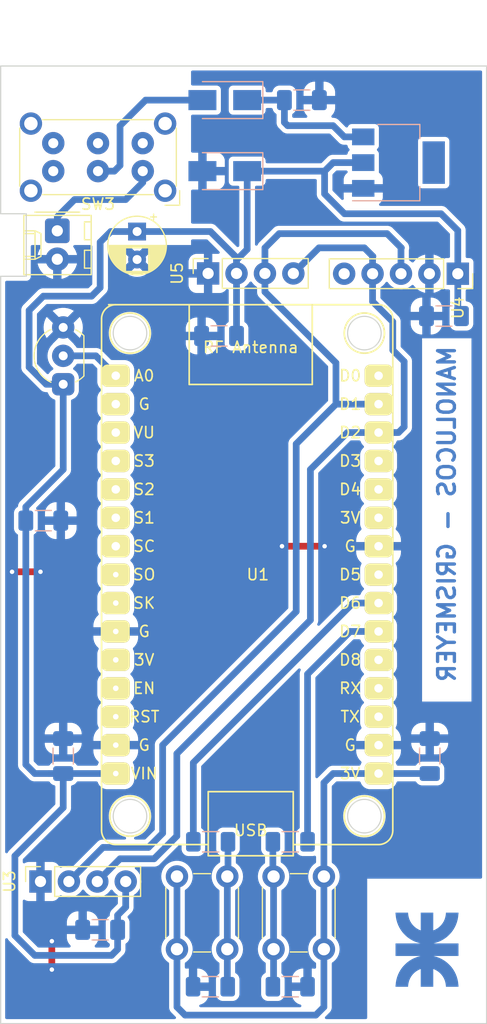
<source format=kicad_pcb>
(kicad_pcb (version 20211014) (generator pcbnew)
  (title_block (title "Sensor Integral para el cuidado de plantas") (date "2022-05-31") (company "Universidad Tecnológica Nacional - Facultad Regional Córdoba") (comment 1 "Manolucos, Enzo Nicolas - Legajo N° 74.868") (comment 2 "Grismeyer, Juan Pablo - Legajo N° 68.703") (comment 3 "Integrantes:") (comment 4 "Cátedra de Proyecto Final "))
  (layers (0 "F.Cu" signal) (31 "B.Cu" signal) (34 "B.Paste" user) (35 "F.Paste" user) (36 "B.SilkS" user "B.Silkscreen") (37 "F.SilkS" user "F.Silkscreen") (38 "B.Mask" user) (39 "F.Mask" user) (44 "Edge.Cuts" user))
  (net 0 "")
  (net 1 "Net-(BT1-Pad1)")
  (net 2 "GND")
  (net 3 "+5V")
  (net 4 "Net-(C5-Pad1)")
  (net 5 "+3V3")
  (net 6 "Net-(D1-Pad2)")
  (net 7 "/IN1")
  (net 8 "Net-(R1-Pad2)")
  (net 9 "/IN2")
  (net 10 "Net-(R2-Pad2)")
  (net 11 "/ADC")
  (net 30 "/SDA")
  (net 31 "/SCL")
  (footprint "Capacitor_THT:CP_Radial_D5.0mm_P2.50mm" (layer "F.Cu") (at 100.584 67.628888 -90)
    (fp_text reference "C6" hide)
    (fp_text value "10u" hide)
    (pad "1" thru_hole rect (at 0 0 270) (size 1.6 1.6) (drill 0.8) (layers *.Cu *.Mask) (net 3 "+5V"))
    (pad "2" thru_hole circle (at 2.5 0 270) (size 1.6 1.6) (drill 0.8) (layers *.Cu *.Mask) (net 2 "GND"))
  )
  (footprint "Package_TO_SOT_THT:TO-92_Inline_Wide" (layer "F.Cu") (at 93.98 81.28 90)
    (fp_text reference "U2" hide)
    (fp_text value "LM35-LP" hide)
    (pad "1" thru_hole roundrect (at 0 0 90) (size 2 2) (drill 0.8) (layers *.Cu *.Mask) (net 3 "+5V"))
    (pad "2" thru_hole circle (at 2.54 0 90) (size 2 2) (drill 0.8) (layers *.Cu *.Mask) (net 11 "/ADC"))
    (pad "3" thru_hole circle (at 5.08 0 90) (size 2 2) (drill 0.8) (layers *.Cu *.Mask) (net 2 "GND"))
  )
  (footprint "UTN:utn_logo2" (layer "F.Cu") (at 126.492 131.826)
    (fp_text reference "G***" hide)
    (fp_text value "LOGO" hide)
    (fp_poly (pts (xy -1.677225 -3.22631) (xy -1.653593 -3.036187) (xy -1.611953 -2.854311) (xy -1.552602 -2.681238) (xy -1.475837 -2.517524) (xy -1.381955 -2.363727) (xy -1.271253 -2.220402) (xy -1.144028 -2.088106) (xy -1.008795 -1.973657) (xy -0.953323 -1.933829) (xy -0.88961 -1.892475) (xy -0.821594 -1.851761) (xy -0.753211 -1.813852) (xy -0.688397 -1.780914) (xy -0.631089 -1.755113) (xy -0.585224 -1.738616) (xy -0.578183 -1.736726) (xy -0.55065 -1.729875) (xy -0.55065 -3.313914) (xy 0.570674 -3.313914) (xy 0.570674 -1.729875) (xy 0.598207 -1.736726) (xy 0.641475 -1.751227) (xy 0.696928 -1.77544) (xy 0.760628 -1.807198) (xy 0.82864 -1.844336) (xy 0.897026 -1.884688) (xy 0.961851 -1.926087) (xy 1.019177 -1.966368) (xy 1.028819 -1.973657) (xy 1.171396 -2.095013) (xy 1.29773 -2.227923) (xy 1.407524 -2.371833) (xy 1.500482 -2.526184) (xy 1.576307 -2.690421) (xy 1.634701 -2.863987) (xy 1.675369 -3.046327) (xy 1.697249 -3.22631) (xy 1.703808 -3.313914) (xy 2.826171 -3.313914) (xy 2.819174 -3.191269) (xy 2.795772 -2.946977) (xy 2.753885 -2.710374) (xy 2.69352 -2.481475) (xy 2.614681 -2.260293) (xy 2.517374 -2.046845) (xy 2.401605 -1.841144) (xy 2.267378 -1.643206) (xy 2.210664 -1.568923) (xy 2.161532 -1.51012) (xy 2.100983 -1.443208) (xy 2.032765 -1.371896) (xy 1.960628 -1.299894) (xy 1.888322 -1.230912) (xy 1.819594 -1.168659) (xy 1.758195 -1.116845) (xy 1.736924 -1.100175) (xy 1.55703 -0.972107) (xy 1.375342 -0.861425) (xy 1.188287 -0.766382) (xy 0.992294 -0.685235) (xy 0.783791 -0.616238) (xy 0.695822 -0.59158) (xy 0.585692 -0.56217) (xy 1.704513 -0.561416) (xy 2.823335 -0.560662) (xy 2.823335 0.560662) (xy 1.704513 0.561416) (xy 0.585692 0.56217) (xy 0.695822 0.59158) (xy 0.910347 0.656193) (xy 1.11093 0.732256) (xy 1.301142 0.821514) (xy 1.484555 0.925713) (xy 1.664739 1.046596) (xy 1.736924 1.100175) (xy 1.794424 1.14688) (xy 1.860723 1.20548) (xy 1.932072 1.272264) (xy 2.004723 1.343524) (xy 2.074925 1.415549) (xy 2.13893 1.484629) (xy 2.192988 1.547056) (xy 2.210664 1.568924) (xy 2.352009 1.763864) (xy 2.4749 1.966572) (xy 2.57933 2.177033) (xy 2.665294 2.395233) (xy 2.732787 2.621157) (xy 2.781802 2.85479) (xy 2.812336 3.096117) (xy 2.819174 3.191269) (xy 2.826171 3.313914) (xy 1.703808 3.313914) (xy 1.697249 3.226311) (xy 1.673617 3.036187) (xy 1.631977 2.854311) (xy 1.572626 2.681238) (xy 1.495861 2.517525) (xy 1.401979 2.363727) (xy 1.291277 2.220402) (xy 1.164052 2.088106) (xy 1.028819 1.973657) (xy 0.973347 1.93383) (xy 0.909634 1.892476) (xy 0.841618 1.851761) (xy 0.773235 1.813852) (xy 0.708421 1.780914) (xy 0.651113 1.755114) (xy 0.605248 1.738616) (xy 0.598207 1.736726) (xy 0.570674 1.729875) (xy 0.570674 3.313914) (xy -0.55065 3.313914) (xy -0.55065 1.729875) (xy -0.578183 1.736726) (xy -0.621451 1.751228) (xy -0.676904 1.77544) (xy -0.740604 1.807199) (xy -0.808616 1.844337) (xy -0.877002 1.884688) (xy -0.941827 1.926087) (xy -0.999153 1.966368) (xy -1.008795 1.973657) (xy -1.151372 2.095013) (xy -1.277706 2.227924) (xy -1.3875 2.371833) (xy -1.480458 2.526184) (xy -1.556283 2.690421) (xy -1.614677 2.863988) (xy -1.655345 3.046327) (xy -1.677225 3.226311) (xy -1.683784 3.313914) (xy -2.806147 3.313914) (xy -2.79915 3.191269) (xy -2.775748 2.946978) (xy -2.733861 2.710375) (xy -2.673496 2.481475) (xy -2.594657 2.260294) (xy -2.49735 2.046845) (xy -2.381581 1.841144) (xy -2.247354 1.643206) (xy -2.19064 1.568924) (xy -2.141508 1.51012) (xy -2.080959 1.443208) (xy -2.012741 1.371896) (xy -1.940604 1.299894) (xy -1.868298 1.230912) (xy -1.79957 1.168659) (xy -1.738171 1.116845) (xy -1.7169 1.100175) (xy -1.537006 0.972108) (xy -1.355318 0.861425) (xy -1.168263 0.766382) (xy -0.97227 0.685235) (xy -0.763767 0.616238) (xy -0.675798 0.59158) (xy -0.565668 0.56217) (xy -1.684489 0.561416) (xy -2.803311 0.560662) (xy -2.803311 -0.560662) (xy -1.684489 -0.561416) (xy -0.565668 -0.56217) (xy -0.675798 -0.59158) (xy -0.890323 -0.656192) (xy -1.090906 -0.732256) (xy -1.281118 -0.821514) (xy -1.464531 -0.925712) (xy -1.644715 -1.046596) (xy -1.7169 -1.100175) (xy -1.7744 -1.14688) (xy -1.840699 -1.20548) (xy -1.912048 -1.272264) (xy -1.984699 -1.343523) (xy -2.054901 -1.415548) (xy -2.118906 -1.484629) (xy -2.172964 -1.547056) (xy -2.19064 -1.568923) (xy -2.331985 -1.763863) (xy -2.454876 -1.966571) (xy -2.559306 -2.177033) (xy -2.64527 -2.395233) (xy -2.712763 -2.621156) (xy -2.761778 -2.854789) (xy -2.792312 -3.096117) (xy -2.79915 -3.191269) (xy -2.806147 -3.313914) (xy -1.683784 -3.313914)) (layer "B.Cu") (width 0) (fill solid))
  )
  (footprint "Connector_PinSocket_2.54mm:PinSocket_1x04_P2.54mm_Vertical" (layer "F.Cu") (at 91.948 125.73 90)
    (fp_text reference "U3" (at 0 -2.77 90) (layer "F.SilkS"))
    (fp_text value "SHT20")
    (pad "1" thru_hole rect (at 0 0 90) (size 2 2) (drill 1) (layers *.Cu *.Mask) (net 2 "GND"))
    (pad "2" thru_hole oval (at 0 2.54 90) (size 2 2) (drill 1) (layers *.Cu *.Mask) (net 31 "/SCL"))
    (pad "3" thru_hole oval (at 0 5.08 90) (size 2 2) (drill 1) (layers *.Cu *.Mask) (net 30 "/SDA"))
    (pad "4" thru_hole oval (at 0 7.62 90) (size 2 2) (drill 1) (layers *.Cu *.Mask) (net 3 "+5V"))
  )
  (footprint "ESP8266:ESP12F-Devkit-V3" (layer "F.Cu") (at 110.744 99.568)
    (fp_text reference "U1" (at 0.635 -1.27) (layer "F.SilkS"))
    (fp_text value "NodeMCU ESP8266")
    (fp_text user "RX" (at 8.89 8.89) (layer "F.SilkS"))
    (fp_text user "SK" (at -9.525 1.27) (layer "F.SilkS"))
    (fp_text user "G" (at 8.89 13.97) (layer "F.SilkS"))
    (fp_text user "D7" (at 8.89 3.81) (layer "F.SilkS"))
    (fp_text user "EN" (at -9.525 8.89) (layer "F.SilkS"))
    (fp_text user "D6" (at 8.89 1.27) (layer "F.SilkS"))
    (fp_text user "TX" (at 8.89 11.43) (layer "F.SilkS"))
    (fp_text user "3V" (at -9.525 6.35) (layer "F.SilkS"))
    (fp_text user "RST" (at -9.525 11.43) (layer "F.SilkS"))
    (fp_text user "G" (at -9.525 -16.51) (layer "F.SilkS"))
    (fp_text user "D8" (at 8.89 6.35) (layer "F.SilkS"))
    (fp_text user "SO" (at -9.525 -1.27) (layer "F.SilkS"))
    (fp_text user "D3" (at 8.89 -11.43) (layer "F.SilkS"))
    (fp_text user "SC" (at -9.525 -3.81) (layer "F.SilkS"))
    (fp_text user "D5" (at 8.89 -1.27) (layer "F.SilkS"))
    (fp_text user "S2" (at -9.525 -8.89) (layer "F.SilkS"))
    (fp_text user "RF Antenna" (at 0 -21.59) (layer "F.SilkS"))
    (fp_text user "VU" (at -9.525 -13.97) (layer "F.SilkS"))
    (fp_text user "3V" (at 8.89 -6.35) (layer "F.SilkS"))
    (fp_text user "VIN" (at -9.525 16.51) (layer "F.SilkS"))
    (fp_text user "D2" (at 8.89 -13.97) (layer "F.SilkS"))
    (fp_text user "A0" (at -9.525 -19.05) (layer "F.SilkS"))
    (fp_text user "USB" (at 0 21.59) (layer "F.SilkS"))
    (fp_text user "D1" (at 8.89 -16.51) (layer "F.SilkS"))
    (fp_text user "S1" (at -9.525 -6.35) (layer "F.SilkS"))
    (fp_text user "G" (at -9.525 3.81) (layer "F.SilkS"))
    (fp_text user "D4" (at 8.89 -8.89) (layer "F.SilkS"))
    (fp_text user "G" (at 8.89 -3.81) (layer "F.SilkS"))
    (fp_text user "3V" (at 8.89 16.51) (layer "F.SilkS"))
    (fp_text user "D0" (at 8.89 -19.05) (layer "F.SilkS"))
    (fp_text user "S3" (at -9.525 -11.43) (layer "F.SilkS"))
    (fp_text user "G" (at -9.525 13.97) (layer "F.SilkS"))
    (pad "1" thru_hole roundrect locked (at -12.065 -19.05) (size 2.5 2) (drill 0.762) (layers *.Cu *.Mask "F.SilkS") (net 11 "/ADC"))
    (pad "2" thru_hole roundrect locked (at -12.065 -16.51) (size 2.5 2) (drill 0.762) (layers *.Cu *.Mask "F.SilkS"))
    (pad "3" thru_hole roundrect locked (at -12.065 -13.97) (size 2.5 2) (drill 0.762) (layers *.Cu *.Mask "F.SilkS"))
    (pad "4" thru_hole roundrect locked (at -12.065 -11.43) (size 2.5 2) (drill 0.762) (layers *.Cu *.Mask "F.SilkS"))
    (pad "5" thru_hole roundrect locked (at -12.065 -8.89) (size 2.5 2) (drill 0.762) (layers *.Cu *.Mask "F.SilkS"))
    (pad "6" thru_hole roundrect locked (at -12.065 -6.35) (size 2.5 2) (drill 0.762) (layers *.Cu *.Mask "F.SilkS"))
    (pad "7" thru_hole roundrect locked (at -12.065 -3.81) (size 2.5 2) (drill 0.762) (layers *.Cu *.Mask "F.SilkS"))
    (pad "8" thru_hole roundrect locked (at -12.065 -1.27) (size 2.5 2) (drill 0.5) (layers *.Cu *.Mask "F.SilkS"))
    (pad "9" thru_hole roundrect locked (at -12.065 1.27) (size 2.5 2) (drill 0.5) (layers *.Cu *.Mask "F.SilkS"))
    (pad "10" thru_hole roundrect locked (at -12.065 3.81) (size 2.5 2) (drill 0.5) (layers *.Cu *.Mask "F.SilkS") (net 2 "GND"))
    (pad "11" thru_hole roundrect locked (at -12.065 6.35) (size 2.5 2) (drill 0.5) (layers *.Cu *.Mask "F.SilkS"))
    (pad "12" thru_hole roundrect locked (at -12.065 8.89) (size 2.5 2) (drill 0.5) (layers *.Cu *.Mask "F.SilkS"))
    (pad "13" thru_hole roundrect locked (at -12.065 11.43) (size 2.5 2) (drill 0.5) (layers *.Cu *.Mask "F.SilkS"))
    (pad "14" thru_hole roundrect locked (at -12.065 13.97) (size 2.5 2) (drill 0.5) (layers *.Cu *.Mask "F.SilkS") (net 2 "GND"))
    (pad "15" thru_hole roundrect locked (at -12.065 16.51) (size 2.5 2) (drill 0.5) (layers *.Cu *.Mask "F.SilkS") (net 3 "+5V"))
    (pad "16" thru_hole roundrect locked (at 11.43 16.51) (size 2.5 2) (drill 0.762) (layers *.Cu *.Mask "F.SilkS") (net 5 "+3V3"))
    (pad "17" thru_hole roundrect locked (at 11.43 13.97) (size 2.5 2) (drill 0.762) (layers *.Cu *.Mask "F.SilkS") (net 2 "GND"))
    (pad "18" thru_hole roundrect locked (at 11.43 11.43) (size 2.5 2) (drill 0.762) (layers *.Cu *.Mask "F.SilkS"))
    (pad "19" thru_hole roundrect locked (at 11.43 8.89) (size 2.5 2) (drill 0.762) (layers *.Cu *.Mask "F.SilkS"))
    (pad "20" thru_hole roundrect locked (at 11.43 6.35) (size 2.5 2) (drill 0.762) (layers *.Cu *.Mask "F.SilkS"))
    (pad "21" thru_hole roundrect locked (at 11.43 3.81) (size 2.5 2) (drill 0.762) (layers *.Cu *.Mask "F.SilkS") (net 7 "/IN1"))
    (pad "22" thru_hole roundrect locked (at 11.43 1.27) (size 2.5 2) (drill 0.762) (layers *.Cu *.Mask "F.SilkS") (net 9 "/IN2"))
    (pad "23" thru_hole roundrect locked (at 11.43 -1.27) (size 2.5 2) (drill 0.762) (layers *.Cu *.Mask "F.SilkS"))
    (pad "24" thru_hole roundrect locked (at 11.43 -3.81) (size 2.5 2) (drill 0.762) (layers *.Cu *.Mask "F.SilkS") (net 2 "GND"))
    (pad "25" thru_hole roundrect locked (at 11.43 -6.35) (size 2.5 2) (drill 0.762) (layers *.Cu *.Mask "F.SilkS"))
    (pad "26" thru_hole roundrect locked (at 11.43 -8.89) (size 2.5 2) (drill 0.762) (layers *.Cu *.Mask "F.SilkS"))
    (pad "27" thru_hole roundrect locked (at 11.43 -11.43) (size 2.5 2) (drill 0.762) (layers *.Cu *.Mask "F.SilkS"))
    (pad "28" thru_hole roundrect locked (at 11.43 -13.97) (size 2.5 2) (drill 0.762) (layers *.Cu *.Mask "F.SilkS") (net 30 "/SDA"))
    (pad "29" thru_hole roundrect locked (at 11.43 -16.51) (size 2.5 2) (drill 0.762) (layers *.Cu *.Mask "F.SilkS") (net 31 "/SCL"))
    (pad "30" thru_hole roundrect locked (at 11.43 -19.05) (size 2.5 2) (drill 0.762) (layers *.Cu *.Mask "F.SilkS"))
  )
  (footprint "Button_Switch_THT:SW_PUSH_6mm_H5mm" (layer "F.Cu") (at 108.65 125.279 -90)
    (fp_text reference "SW2" hide)
    (fp_text value "SW_Push" hide)
    (pad "1" thru_hole circle (at 0 0) (size 2 2) (drill 1.1) (layers *.Cu *.Mask) (net 10 "Net-(R2-Pad2)"))
    (pad "1" thru_hole circle (at 6.5 0) (size 2 2) (drill 1.1) (layers *.Cu *.Mask) (net 10 "Net-(R2-Pad2)"))
    (pad "2" thru_hole circle (at 0 4.5) (size 2 2) (drill 1.1) (layers *.Cu *.Mask) (net 5 "+3V3"))
    (pad "2" thru_hole circle (at 6.5 4.5) (size 2 2) (drill 1.1) (layers *.Cu *.Mask) (net 5 "+3V3"))
  )
  (footprint "Button_Switch_THT:SW_PUSH_6mm_H5mm" (layer "F.Cu") (at 112.786 131.779 90)
    (fp_text reference "SW1" hide)
    (fp_text value "SW_Push")
    (pad "1" thru_hole circle (at 6.5 0 180) (size 2 2) (drill 1.1) (layers *.Cu *.Mask) (net 8 "Net-(R1-Pad2)"))
    (pad "1" thru_hole circle (at 0 0 180) (size 2 2) (drill 1.1) (layers *.Cu *.Mask) (net 8 "Net-(R1-Pad2)"))
    (pad "2" thru_hole circle (at 0 4.5 180) (size 2 2) (drill 1.1) (layers *.Cu *.Mask) (net 5 "+3V3"))
    (pad "2" thru_hole circle (at 6.5 4.5 180) (size 2 2) (drill 1.1) (layers *.Cu *.Mask) (net 5 "+3V3"))
  )
  (footprint "Connector_PinSocket_2.54mm:PinSocket_1x04_P2.54mm_Vertical" (layer "F.Cu") (at 106.934 71.374 90)
    (fp_text reference "U5" (at 0 -2.77 90) (layer "F.SilkS"))
    (fp_text value "Display_OLED")
    (pad "1" thru_hole rect (at 0 0 90) (size 2 2) (drill 1) (layers *.Cu *.Mask) (net 2 "GND"))
    (pad "2" thru_hole oval (at 0 2.54 90) (size 2 2) (drill 1) (layers *.Cu *.Mask) (net 3 "+5V"))
    (pad "3" thru_hole oval (at 0 5.08 90) (size 2 2) (drill 1) (layers *.Cu *.Mask) (net 31 "/SCL"))
    (pad "4" thru_hole oval (at 0 7.62 90) (size 2 2) (drill 1) (layers *.Cu *.Mask) (net 30 "/SDA"))
  )
  (footprint "Connector_PinSocket_2.54mm:PinSocket_1x05_P2.54mm_Vertical" (layer "F.Cu") (at 129.256 71.399 -90)
    (fp_text reference "U4" (at 3.048 0 -90) (layer "F.SilkS"))
    (fp_text value "BH1750")
    (pad "1" thru_hole rect (at 0 0 270) (size 2 2) (drill 1) (layers *.Cu *.Mask) (net 3 "+5V"))
    (pad "2" thru_hole oval (at 0 2.54 270) (size 2 2) (drill 1) (layers *.Cu *.Mask) (net 2 "GND"))
    (pad "3" thru_hole oval (at 0 5.08 270) (size 2 2) (drill 1) (layers *.Cu *.Mask) (net 31 "/SCL"))
    (pad "4" thru_hole oval (at 0 7.62 270) (size 2 2) (drill 1) (layers *.Cu *.Mask) (net 30 "/SDA"))
    (pad "5" thru_hole oval (at 0 10.16 270) (size 2 2) (drill 1) (layers *.Cu *.Mask))
  )
  (footprint "Connector_Molex:Molex_KK-254_AE-6410-02A_1x02_P2.54mm_Vertical" (layer "F.Cu") (at 93.452 67.564 -90)
    (fp_text reference "BT1" hide)
    (fp_text value "Battery_Cell")
    (pad "1" thru_hole roundrect (at 0 0 270) (size 2.2 2.2) (drill 1) (layers *.Cu *.Mask) (roundrect_rratio 0.143678) (net 1 "Net-(BT1-Pad1)"))
    (pad "2" thru_hole oval (at 2.54 0 270) (size 2.1 2.1) (drill 1) (layers *.Cu *.Mask) (net 2 "GND"))
  )
  (footprint "Button_Switch_THT:SW_E-Switch_EG2219_DPDT_Angled" (layer "F.Cu") (at 101.092 62.23 180)
    (fp_text reference "SW3" (at 4 -2.95) (layer "F.SilkS"))
    (fp_text value "SW_SPST")
    (pad "" thru_hole circle (at 10 -1.75 180) (size 2 2) (drill 1.2) (layers *.Cu *.Mask))
    (pad "" thru_hole circle (at 10 4.25 180) (size 2 2) (drill 1.2) (layers *.Cu *.Mask))
    (pad "" thru_hole circle (at -2 4.25 180) (size 2 2) (drill 1.2) (layers *.Cu *.Mask))
    (pad "" thru_hole circle (at -2 -1.75 180) (size 2 2) (drill 1.2) (layers *.Cu *.Mask))
    (pad "1" thru_hole circle (at 0 0 180) (size 2 2) (drill 0.9) (layers *.Cu *.Mask) (net 1 "Net-(BT1-Pad1)"))
    (pad "2" thru_hole circle (at 4 0 180) (size 2 2) (drill 0.9) (layers *.Cu *.Mask) (net 6 "Net-(D1-Pad2)"))
    (pad "3" thru_hole circle (at 8 0 180) (size 2 2) (drill 0.9) (layers *.Cu *.Mask))
    (pad "4" thru_hole circle (at 0 2.5 180) (size 2 2) (drill 0.9) (layers *.Cu *.Mask))
    (pad "5" thru_hole circle (at 4 2.5 180) (size 2 2) (drill 0.9) (layers *.Cu *.Mask))
    (pad "6" thru_hole circle (at 8 2.5 180) (size 2 2) (drill 0.9) (layers *.Cu *.Mask))
  )
  (footprint "Diode_SMD:D_SMA" (layer "B.Cu") (at 108.426 55.88 180)
    (fp_text reference "D1" hide)
    (fp_text value "US1M" hide)
    (pad "1" smd rect (at -2 0 180) (size 2.5 1.8) (layers "B.Cu" "B.Paste" "B.Mask") (net 4 "Net-(C5-Pad1)"))
    (pad "2" smd rect (at 2 0 180) (size 2.5 1.8) (layers "B.Cu" "B.Paste" "B.Mask") (net 6 "Net-(D1-Pad2)"))
  )
  (footprint "Diode_SMD:D_SMA" (layer "B.Cu") (at 108.426 62.23 180)
    (fp_text reference "D2" hide)
    (fp_text value "US1M" hide)
    (pad "1" smd rect (at -2 0 180) (size 2.5 1.8) (layers "B.Cu" "B.Paste" "B.Mask") (net 3 "+5V"))
    (pad "2" smd rect (at 2 0 180) (size 2.5 1.8) (layers "B.Cu" "B.Paste" "B.Mask") (net 2 "GND"))
  )
  (footprint "Resistor_SMD:R_1206_3216Metric_Pad1.30x1.75mm_HandSolder" (layer "B.Cu") (at 107.162 122.179)
    (fp_text reference "R2" hide)
    (fp_text value "220" hide)
    (pad "1" smd roundrect (at -1.55 0) (size 1.3 1.75) (layers "B.Cu" "B.Paste" "B.Mask") (roundrect_rratio 0.192308) (net 9 "/IN2"))
    (pad "2" smd roundrect (at 1.55 0) (size 1.3 1.75) (layers "B.Cu" "B.Paste" "B.Mask") (roundrect_rratio 0.192308) (net 10 "Net-(R2-Pad2)"))
  )
  (footprint "Resistor_SMD:R_1206_3216Metric_Pad1.30x1.75mm_HandSolder" (layer "B.Cu") (at 114.274 135.133)
    (fp_text reference "R3" hide)
    (fp_text value "10k" hide)
    (pad "1" smd roundrect (at -1.55 0) (size 1.3 1.75) (layers "B.Cu" "B.Paste" "B.Mask") (roundrect_rratio 0.192308) (net 8 "Net-(R1-Pad2)"))
    (pad "2" smd roundrect (at 1.55 0) (size 1.3 1.75) (layers "B.Cu" "B.Paste" "B.Mask") (roundrect_rratio 0.192308) (net 2 "GND"))
  )
  (footprint "Package_TO_SOT_SMD:SOT-223" (layer "B.Cu") (at 123.952 61.468)
    (fp_text reference "U6" hide)
    (fp_text value "AZ1117-5.0" hide)
    (pad "1" smd rect (at -3.15 2.3) (size 2 1.5) (layers "B.Cu" "B.Paste" "B.Mask") (net 2 "GND"))
    (pad "2" smd rect (at -3.15 0) (size 2 1.5) (layers "B.Cu" "B.Paste" "B.Mask") (net 3 "+5V"))
    (pad "3" smd rect (at -3.15 -2.3) (size 2 1.5) (layers "B.Cu" "B.Paste" "B.Mask") (net 4 "Net-(C5-Pad1)"))
    (pad "4" smd rect (at 3.15 0) (size 2 3.8) (layers "B.Cu" "B.Paste" "B.Mask"))
  )
  (footprint "Resistor_SMD:R_1206_3216Metric_Pad1.30x1.75mm_HandSolder" (layer "B.Cu") (at 114.274 122.179 180)
    (fp_text reference "R1" hide)
    (fp_text value "220" hide)
    (pad "1" smd roundrect (at -1.55 0 180) (size 1.3 1.75) (layers "B.Cu" "B.Paste" "B.Mask") (roundrect_rratio 0.192308) (net 7 "/IN1"))
    (pad "2" smd roundrect (at 1.55 0 180) (size 1.3 1.75) (layers "B.Cu" "B.Paste" "B.Mask") (roundrect_rratio 0.192308) (net 8 "Net-(R1-Pad2)"))
  )
  (footprint "Capacitor_SMD:C_1206_3216Metric_Pad1.33x1.80mm_HandSolder" (layer "B.Cu") (at 128.016 75.184 180)
    (fp_text reference "C3" hide)
    (fp_text value "100n" hide)
    (pad "1" smd roundrect (at -1.5625 0 180) (size 1.325 1.8) (layers "B.Cu" "B.Paste" "B.Mask") (roundrect_rratio 0.188679) (net 3 "+5V"))
    (pad "2" smd roundrect (at 1.5625 0 180) (size 1.325 1.8) (layers "B.Cu" "B.Paste" "B.Mask") (roundrect_rratio 0.188679) (net 2 "GND"))
  )
  (footprint "Capacitor_SMD:C_1206_3216Metric_Pad1.33x1.80mm_HandSolder" (layer "B.Cu") (at 107.9115 76.962 180)
    (fp_text reference "C8" hide)
    (fp_text value "100n" hide)
    (pad "1" smd roundrect (at -1.5625 0 180) (size 1.325 1.8) (layers "B.Cu" "B.Paste" "B.Mask") (roundrect_rratio 0.188679) (net 3 "+5V"))
    (pad "2" smd roundrect (at 1.5625 0 180) (size 1.325 1.8) (layers "B.Cu" "B.Paste" "B.Mask") (roundrect_rratio 0.188679) (net 2 "GND"))
  )
  (footprint "Capacitor_SMD:C_1206_3216Metric_Pad1.33x1.80mm_HandSolder" (layer "B.Cu") (at 92.202 93.472)
    (fp_text reference "C1" hide)
    (fp_text value "100n" hide)
    (pad "1" smd roundrect (at -1.5625 0) (size 1.325 1.8) (layers "B.Cu" "B.Paste" "B.Mask") (roundrect_rratio 0.188679) (net 3 "+5V"))
    (pad "2" smd roundrect (at 1.5625 0) (size 1.325 1.8) (layers "B.Cu" "B.Paste" "B.Mask") (roundrect_rratio 0.188679) (net 2 "GND"))
  )
  (footprint "Capacitor_SMD:C_1206_3216Metric_Pad1.33x1.80mm_HandSolder" (layer "B.Cu") (at 93.98 114.5155 90)
    (fp_text reference "C4" hide)
    (fp_text value "100n" hide)
    (pad "1" smd roundrect (at -1.5625 0 90) (size 1.325 1.8) (layers "B.Cu" "B.Paste" "B.Mask") (roundrect_rratio 0.188679) (net 3 "+5V"))
    (pad "2" smd roundrect (at 1.5625 0 90) (size 1.325 1.8) (layers "B.Cu" "B.Paste" "B.Mask") (roundrect_rratio 0.188679) (net 2 "GND"))
  )
  (footprint "Capacitor_SMD:C_1206_3216Metric_Pad1.33x1.80mm_HandSolder" (layer "B.Cu") (at 126.746 114.5155 90)
    (fp_text reference "C7" hide)
    (fp_text value "100n" hide)
    (pad "1" smd roundrect (at -1.5625 0 90) (size 1.325 1.8) (layers "B.Cu" "B.Paste" "B.Mask") (roundrect_rratio 0.188679) (net 5 "+3V3"))
    (pad "2" smd roundrect (at 1.5625 0 90) (size 1.325 1.8) (layers "B.Cu" "B.Paste" "B.Mask") (roundrect_rratio 0.188679) (net 2 "GND"))
  )
  (footprint "Resistor_SMD:R_1206_3216Metric_Pad1.30x1.75mm_HandSolder" (layer "B.Cu") (at 107.136 135.133 180)
    (fp_text reference "R4" hide)
    (fp_text value "10k" hide)
    (pad "1" smd roundrect (at -1.55 0 180) (size 1.3 1.75) (layers "B.Cu" "B.Paste" "B.Mask") (roundrect_rratio 0.192308) (net 10 "Net-(R2-Pad2)"))
    (pad "2" smd roundrect (at 1.55 0 180) (size 1.3 1.75) (layers "B.Cu" "B.Paste" "B.Mask") (roundrect_rratio 0.192308) (net 2 "GND"))
  )
  (footprint "Capacitor_SMD:C_1206_3216Metric_Pad1.33x1.80mm_HandSolder" (layer "B.Cu") (at 115.316 55.88)
    (fp_text reference "C5" hide)
    (fp_text value "100n" hide)
    (pad "1" smd roundrect (at -1.5625 0) (size 1.325 1.8) (layers "B.Cu" "B.Paste" "B.Mask") (roundrect_rratio 0.188679) (net 4 "Net-(C5-Pad1)"))
    (pad "2" smd roundrect (at 1.5625 0) (size 1.325 1.8) (layers "B.Cu" "B.Paste" "B.Mask") (roundrect_rratio 0.188679) (net 2 "GND"))
  )
  (footprint "Capacitor_SMD:C_1206_3216Metric_Pad1.33x1.80mm_HandSolder" (layer "B.Cu") (at 97.282 130.048 180)
    (fp_text reference "C2" hide)
    (fp_text value "100n" hide)
    (pad "1" smd roundrect (at -1.5625 0 180) (size 1.325 1.8) (layers "B.Cu" "B.Paste" "B.Mask") (roundrect_rratio 0.188679) (net 3 "+5V"))
    (pad "2" smd roundrect (at 1.5625 0 180) (size 1.325 1.8) (layers "B.Cu" "B.Paste" "B.Mask") (roundrect_rratio 0.188679) (net 2 "GND"))
  )
  (gr_circle (center 99.95 76.708) (end 101.45 76.708) (layer "Edge.Cuts") (width 0.1) (fill none))
  (gr_line (start 90.678 66.04) (end 88.392 66.04) (layer "Edge.Cuts") (width 0.1))
  (gr_line (start 88.392 71.628) (end 90.678 71.628) (layer "Edge.Cuts") (width 0.1))
  (gr_line (start 88.392 138.43) (end 88.392 71.628) (layer "Edge.Cuts") (width 0.1))
  (gr_line (start 131.826 52.832) (end 131.826 138.43) (layer "Edge.Cuts") (width 0.1))
  (gr_line (start 88.392 52.832) (end 131.826 52.832) (layer "Edge.Cuts") (width 0.1))
  (gr_circle (center 120.904 76.708) (end 122.404 76.708) (layer "Edge.Cuts") (width 0.1) (fill none))
  (gr_line (start 88.392 66.04) (end 88.392 52.832) (layer "Edge.Cuts") (width 0.1))
  (gr_line (start 131.826 138.43) (end 88.392 138.43) (layer "Edge.Cuts") (width 0.1))
  (gr_line (start 90.678 71.628) (end 90.678 66.04) (layer "Edge.Cuts") (width 0.1))
  (gr_circle (center 120.904 119.888) (end 122.404 119.888) (layer "Edge.Cuts") (width 0.1) (fill none))
  (gr_circle (center 99.95 119.888) (end 101.45 119.888) (layer "Edge.Cuts") (width 0.1) (fill none))
  (gr_text "MANOLUCOS - GRISMEYER " (at 128.27 77.724 90) (layer "B.Cu") (effects (font (size 1.5 1.5) (thickness 0.3)) (justify left mirror)))
  (segment (start 93.452 67.564) (end 93.452 66.314) (width 0.6) (layer "B.Cu") (net 1))
  (segment (start 93.452 66.314) (end 94.996 64.77) (width 0.6) (layer "B.Cu") (net 1))
  (segment (start 99.568 64.77) (end 101.092 63.246) (width 0.6) (layer "B.Cu") (net 1))
  (segment (start 94.996 64.77) (end 99.568 64.77) (width 0.6) (layer "B.Cu") (net 1))
  (segment (start 101.092 63.246) (end 101.092 62.23) (width 0.6) (layer "B.Cu") (net 1))
  (segment (start 89.408 98.044) (end 91.948 98.044) (width 0.6) (layer "F.Cu") (net 2))
  (segment (start 92.964 131.064) (end 92.964 133.604) (width 0.6) (layer "F.Cu") (net 2))
  (segment (start 113.538 95.758) (end 117.348 95.758) (width 0.6) (layer "F.Cu") (net 2))
  (via (at 113.538 95.758) (size 0.8) (drill 0.4) (layers "F.Cu" "B.Cu") (net 2))
  (via (at 92.964 133.604) (size 0.8) (drill 0.4) (layers "F.Cu" "B.Cu") (net 2))
  (via (at 92.964 131.064) (size 0.8) (drill 0.4) (layers "F.Cu" "B.Cu") (net 2))
  (via (at 91.948 98.044) (size 0.8) (drill 0.4) (layers "F.Cu" "B.Cu") (net 2))
  (via (at 89.408 98.044) (size 0.8) (drill 0.4) (layers "F.Cu" "B.Cu") (net 2))
  (via (at 117.348 95.758) (size 0.8) (drill 0.4) (layers "F.Cu" "B.Cu") (net 2))
  (segment (start 98.3865 113.2455) (end 98.679 113.538) (width 0.8) (layer "B.Cu") (net 2))
  (segment (start 98.474 113.333) (end 98.679 113.538) (width 0.25) (layer "B.Cu") (net 2))
  (segment (start 90.6395 93.472) (end 90.6395 92.2405) (width 0.6) (layer "B.Cu") (net 3))
  (segment (start 98.474 116.283) (end 98.679 116.078) (width 0.25) (layer "B.Cu") (net 3))
  (segment (start 107.143101 67.628888) (end 107.387106 67.872894) (width 0.6) (layer "B.Cu") (net 3))
  (segment (start 100.584 67.628888) (end 98.233112 67.628888) (width 0.6) (layer "B.Cu") (net 3))
  (segment (start 117.348 62.23) (end 118.11 61.468) (width 0.6) (layer "B.Cu") (net 3))
  (segment (start 110.426 62.23) (end 117.348 62.23) (width 0.6) (layer "B.Cu") (net 3))
  (segment (start 89.662 130.556) (end 89.662 123.444) (width 0.6) (layer "B.Cu") (net 3))
  (segment (start 98.8445 130.048) (end 98.8445 128.7395) (width 0.6) (layer "B.Cu") (net 3))
  (segment (start 109.474 71.374) (end 109.474 70.171919) (width 0.6) (layer "B.Cu") (net 3))
  (segment (start 117.348 64.262) (end 117.348 62.23) (width 0.6) (layer "B.Cu") (net 3))
  (segment (start 90.6395 92.2405) (end 93.98 88.9) (width 0.6) (layer "B.Cu") (net 3))
  (segment (start 93.98 119.126) (end 93.98 116.078) (width 0.6) (layer "B.Cu") (net 3))
  (segment (start 98.8445 130.048) (end 98.8445 131.7875) (width 0.6) (layer "B.Cu") (net 3))
  (segment (start 98.233112 67.628888) (end 97.282 68.58) (width 0.6) (layer "B.Cu") (net 3))
  (segment (start 119.126 66.04) (end 117.348 64.262) (width 0.6) (layer "B.Cu") (net 3))
  (segment (start 129.256 75.1155) (end 129.3245 75.184) (width 0.6) (layer "B.Cu") (net 3))
  (segment (start 98.8445 128.7395) (end 99.568 128.016) (width 0.6) (layer "B.Cu") (net 3))
  (segment (start 129.256 71.399) (end 129.256 75.1155) (width 0.6) (layer "B.Cu") (net 3))
  (segment (start 92.456 81.28) (end 93.98 81.28) (width 0.6) (layer "B.Cu") (net 3))
  (segment (start 93.98 88.9) (end 93.98 87.884) (width 0.6) (layer "B.Cu") (net 3))
  (segment (start 110.426 69.219919) (end 110.426 62.23) (width 0.6) (layer "B.Cu") (net 3))
  (segment (start 92.71 116.078) (end 98.679 116.078) (width 0.6) (layer "B.Cu") (net 3))
  (segment (start 127.762 66.04) (end 119.126 66.04) (width 0.6) (layer "B.Cu") (net 3))
  (segment (start 97.282 68.58) (end 97.282 72.644) (width 0.6) (layer "B.Cu") (net 3))
  (segment (start 97.282 72.644) (end 96.52 73.406) (width 0.6) (layer "B.Cu") (net 3))
  (segment (start 90.932 79.756) (end 92.456 81.28) (width 0.6) (layer "B.Cu") (net 3))
  (segment (start 92.202 73.406) (end 90.932 74.676) (width 0.6) (layer "B.Cu") (net 3))
  (segment (start 129.256 67.534) (end 127.762 66.04) (width 0.6) (layer "B.Cu") (net 3))
  (segment (start 129.256 71.8135) (end 129.256 67.534) (width 0.6) (layer "B.Cu") (net 3))
  (segment (start 109.474 71.374) (end 109.474 76.962) (width 0.6) (layer "B.Cu") (net 3))
  (segment (start 109.474 70.171919) (end 110.426 69.219919) (width 0.6) (layer "B.Cu") (net 3))
  (segment (start 98.8445 131.7875) (end 98.298 132.334) (width 0.6) (layer "B.Cu") (net 3))
  (segment (start 90.6395 115.2775) (end 91.44 116.078) (width 0.6) (layer "B.Cu") (net 3))
  (segment (start 96.52 73.406) (end 92.202 73.406) (width 0.6) (layer "B.Cu") (net 3))
  (segment (start 109.474 69.959787) (end 109.474 71.374) (width 0.6) (layer "B.Cu") (net 3))
  (segment (start 99.568 128.016) (end 99.568 125.73) (width 0.6) (layer "B.Cu") (net 3))
  (segment (start 91.44 116.078) (end 92.71 116.078) (width 0.6) (layer "B.Cu") (net 3))
  (segment (start 129.3245 71.882) (end 129.256 71.8135) (width 0.6) (layer "B.Cu") (net 3))
  (segment (start 98.298 132.334) (end 91.44 132.334) (width 0.6) (layer "B.Cu") (net 3))
  (segment (start 93.98 81.28) (end 93.98 87.884) (width 0.6) (layer "B.Cu") (net 3))
  (segment (start 90.932 74.676) (end 90.932 79.756) (width 0.6) (layer "B.Cu") (net 3))
  (segment (start 91.44 132.334) (end 89.662 130.556) (width 0.6) (layer "B.Cu") (net 3))
  (segment (start 98.3865 116.3705) (end 98.679 116.078) (width 0.8) (layer "B.Cu") (net 3))
  (segment (start 118.11 61.468) (end 120.802 61.468) (width 0.6) (layer "B.Cu") (net 3))
  (segment (start 90.6395 93.472) (end 90.6395 115.2775) (width 0.6) (layer "B.Cu") (net 3))
  (segment (start 89.662 123.444) (end 93.98 119.126) (width 0.6) (layer "B.Cu") (net 3))
  (segment (start 100.584 67.628888) (end 107.143101 67.628888) (width 0.6) (layer "B.Cu") (net 3))
  (segment (start 107.387106 67.872894) (end 109.474 69.959787) (width 0.6) (layer "B.Cu") (net 3))
  (segment (start 113.7535 57.8735) (end 114.046 58.166) (width 0.6) (layer "B.Cu") (net 4))
  (segment (start 119.112 59.168) (end 120.802 59.168) (width 0.6) (layer "B.Cu") (net 4))
  (segment (start 110.426 55.88) (end 113.7535 55.88) (width 0.6) (layer "B.Cu") (net 4))
  (segment (start 114.046 58.166) (end 118.11 58.166) (width 0.6) (layer "B.Cu") (net 4))
  (segment (start 118.11 58.166) (end 119.112 59.168) (width 0.6) (layer "B.Cu") (net 4))
  (segment (start 113.7535 55.88) (end 113.7535 57.8735) (width 0.6) (layer "B.Cu") (net 4))
  (segment (start 104.15 136.947) (end 104.876 137.673) (width 0.6) (layer "B.Cu") (net 5))
  (segment (start 122.4665 116.3705) (end 122.174 116.078) (width 0.8) (layer "B.Cu") (net 5))
  (segment (start 104.876 137.673) (end 116.56 137.673) (width 0.6) (layer "B.Cu") (net 5))
  (segment (start 122.174 116.078) (end 118.11 116.078) (width 0.6) (layer "B.Cu") (net 5))
  (segment (start 118.11 116.078) (end 117.286 116.902) (width 0.6) (layer "B.Cu") (net 5))
  (segment (start 122.174 116.078) (end 126.746 116.078) (width 0.6) (layer "B.Cu") (net 5))
  (segment (start 117.286 116.902) (end 117.286 125.279) (width 0.6) (layer "B.Cu") (net 5))
  (segment (start 117.286 125.279) (end 117.286 131.779) (width 0.6) (layer "B.Cu") (net 5))
  (segment (start 104.15 131.779) (end 104.15 136.947) (width 0.6) (layer "B.Cu") (net 5))
  (segment (start 117.286 136.947) (end 117.286 131.779) (width 0.6) (layer "B.Cu") (net 5))
  (segment (start 116.56 137.673) (end 117.286 136.947) (width 0.6) (layer "B.Cu") (net 5))
  (segment (start 104.15 125.279) (end 104.15 131.779) (width 0.6) (layer "B.Cu") (net 5))
  (segment (start 99.06 58.166) (end 99.06 61.722) (width 0.6) (layer "B.Cu") (net 6))
  (segment (start 98.552 62.23) (end 97.092 62.23) (width 0.6) (layer "B.Cu") (net 6))
  (segment (start 99.06 61.722) (end 98.552 62.23) (width 0.6) (layer "B.Cu") (net 6))
  (segment (start 101.346 55.88) (end 106.426 55.88) (width 0.6) (layer "B.Cu") (net 6))
  (segment (start 101.346 55.88) (end 99.06 58.166) (width 0.6) (layer "B.Cu") (net 6))
  (segment (start 115.824 107.188) (end 115.824 122.179) (width 0.6) (layer "B.Cu") (net 7))
  (segment (start 119.634 103.378) (end 115.824 107.188) (width 0.6) (layer "B.Cu") (net 7))
  (segment (start 122.174 103.378) (end 119.634 103.378) (width 0.6) (layer "B.Cu") (net 7))
  (segment (start 112.786 135.071) (end 112.724 135.133) (width 0.6) (layer "B.Cu") (net 8))
  (segment (start 112.786 125.279) (end 112.786 131.779) (width 0.6) (layer "B.Cu") (net 8))
  (segment (start 112.724 122.179) (end 112.724 125.217) (width 0.6) (layer "B.Cu") (net 8))
  (segment (start 112.786 131.779) (end 112.786 135.071) (width 0.6) (layer "B.Cu") (net 8))
  (segment (start 112.724 125.217) (end 112.786 125.279) (width 0.6) (layer "B.Cu") (net 8))
  (segment (start 122.174 100.838) (end 119.888 100.838) (width 0.6) (layer "B.Cu") (net 9))
  (segment (start 119.888 100.838) (end 105.612 115.114) (width 0.6) (layer "B.Cu") (net 9))
  (segment (start 105.612 115.114) (end 105.612 122.179) (width 0.6) (layer "B.Cu") (net 9))
  (segment (start 108.65 125.279) (end 108.65 131.779) (width 0.6) (layer "B.Cu") (net 10))
  (segment (start 108.712 122.179) (end 108.712 125.217) (width 0.6) (layer "B.Cu") (net 10))
  (segment (start 108.65 135.097) (end 108.686 135.133) (width 0.6) (layer "B.Cu") (net 10))
  (segment (start 108.65 131.779) (end 108.65 135.097) (width 0.6) (layer "B.Cu") (net 10))
  (segment (start 108.712 125.217) (end 108.65 125.279) (width 0.6) (layer "B.Cu") (net 10))
  (segment (start 96.901 78.74) (end 98.679 80.518) (width 0.6) (layer "B.Cu") (net 11))
  (segment (start 93.98 78.74) (end 96.901 78.74) (width 0.6) (layer "B.Cu") (net 11))
  (segment (start 99.06 123.698) (end 102.108 123.698) (width 0.6) (layer "B.Cu") (net 30))
  (segment (start 121.666 69.85) (end 121.636 69.88) (width 0.6) (layer "B.Cu") (net 30))
  (segment (start 97.028 125.73) (end 99.06 123.698) (width 0.6) (layer "B.Cu") (net 30))
  (segment (start 121.636 69.88) (end 121.636 71.399) (width 0.6) (layer "B.Cu") (net 30))
  (segment (start 123.444 75.692) (end 123.444 78.232) (width 0.6) (layer "B.Cu") (net 30))
  (segment (start 104.14 114.3) (end 116.078 102.362) (width 0.6) (layer "B.Cu") (net 30))
  (segment (start 102.108 123.698) (end 104.14 121.666) (width 0.6) (layer "B.Cu") (net 30))
  (segment (start 120.904 69.088) (end 121.666 69.85) (width 0.6) (layer "B.Cu") (net 30))
  (segment (start 124.46 79.248) (end 124.46 85.09) (width 0.6) (layer "B.Cu") (net 30))
  (segment (start 114.554 71.374) (end 116.84 69.088) (width 0.6) (layer "B.Cu") (net 30))
  (segment (start 119.38 85.598) (end 122.174 85.598) (width 0.6) (layer "B.Cu") (net 30))
  (segment (start 104.14 121.666) (end 104.14 114.3) (width 0.6) (layer "B.Cu") (net 30))
  (segment (start 121.636 71.399) (end 121.636 73.884) (width 0.6) (layer "B.Cu") (net 30))
  (segment (start 116.078 88.9) (end 119.38 85.598) (width 0.6) (layer "B.Cu") (net 30))
  (segment (start 123.444 78.232) (end 124.46 79.248) (width 0.6) (layer "B.Cu") (net 30))
  (segment (start 116.84 69.088) (end 120.904 69.088) (width 0.6) (layer "B.Cu") (net 30))
  (segment (start 123.952 85.598) (end 122.174 85.598) (width 0.6) (layer "B.Cu") (net 30))
  (segment (start 121.636 73.884) (end 123.444 75.692) (width 0.6) (layer "B.Cu") (net 30))
  (segment (start 116.078 102.362) (end 116.078 88.9) (width 0.6) (layer "B.Cu") (net 30))
  (segment (start 124.46 85.09) (end 123.952 85.598) (width 0.6) (layer "B.Cu") (net 30))
  (segment (start 112.014 71.374) (end 112.014 69.088) (width 0.6) (layer "B.Cu") (net 31))
  (segment (start 122.936 67.818) (end 124.206 69.088) (width 0.6) (layer "B.Cu") (net 31))
  (segment (start 112.014 73.021534) (end 118.364 79.371534) (width 0.6) (layer "B.Cu") (net 31))
  (segment (start 101.6 122.682) (end 102.87 121.412) (width 0.6) (layer "B.Cu") (net 31))
  (segment (start 113.284 67.818) (end 122.936 67.818) (width 0.6) (layer "B.Cu") (net 31))
  (segment (start 124.176 69.118) (end 124.176 71.399) (width 0.6) (layer "B.Cu") (net 31))
  (segment (start 112.014 69.088) (end 113.284 67.818) (width 0.6) (layer "B.Cu") (net 31))
  (segment (start 114.808 86.614) (end 118.364 83.058) (width 0.6) (layer "B.Cu") (net 31))
  (segment (start 118.364 83.058) (end 122.174 83.058) (width 0.6) (layer "B.Cu") (net 31))
  (segment (start 102.87 121.412) (end 102.87 113.538) (width 0.6) (layer "B.Cu") (net 31))
  (segment (start 118.364 79.371534) (end 118.364 83.058) (width 0.6) (layer "B.Cu") (net 31))
  (segment (start 114.808 101.6) (end 114.808 86.614) (width 0.6) (layer "B.Cu") (net 31))
  (segment (start 124.206 69.088) (end 124.176 69.118) (width 0.6) (layer "B.Cu") (net 31))
  (segment (start 112.014 71.374) (end 112.014 73.021534) (width 0.6) (layer "B.Cu") (net 31))
  (segment (start 94.488 125.73) (end 97.536 122.682) (width 0.6) (layer "B.Cu") (net 31))
  (segment (start 97.536 122.682) (end 101.6 122.682) (width 0.6) (layer "B.Cu") (net 31))
  (segment (start 102.87 113.538) (end 114.808 101.6) (width 0.6) (layer "B.Cu") (net 31))
  (zone (net 0) (net_name "") (layer "B.Cu") (connect_pads (clearance 0)) (min_thickness 0.254)
    (keepout (tracks not_allowed) (vias not_allowed) (pads not_allowed) (copperpour not_allowed) (footprints allowed))
    (fill (thermal_gap 0.508) (thermal_bridge_width 0.508))
    (polygon (pts (xy 131.572 125.476) (xy 131.572 138.176) (xy 121.158 138.176) (xy 121.158 125.476)))
  )
  (zone (net 2) (net_name "GND") (layer "B.Cu") (connect_pads (clearance 0.4)) (min_thickness 0.25) (fill yes (thermal_gap 0.75) (thermal_bridge_width 0.75))
    (polygon (pts (xy 131.572 138.176) (xy 88.646 138.176) (xy 88.646 71.882) (xy 90.932 71.882) (xy 90.932 65.786) (xy 88.646 65.786) (xy 88.646 53.086) (xy 131.572 53.086)))
  )
  (zone (net 0) (net_name "") (layer "B.Cu") (connect_pads (clearance 0)) (min_thickness 0.25)
    (keepout (tracks allowed) (vias not_allowed) (pads not_allowed) (copperpour not_allowed) (footprints allowed))
    (fill (thermal_gap 0.508) (thermal_bridge_width 0.508))
    (polygon (pts (xy 105.41 68.834) (xy 88.646 68.834) (xy 88.646 53.086) (xy 105.41 53.086)))
  )
)
</source>
